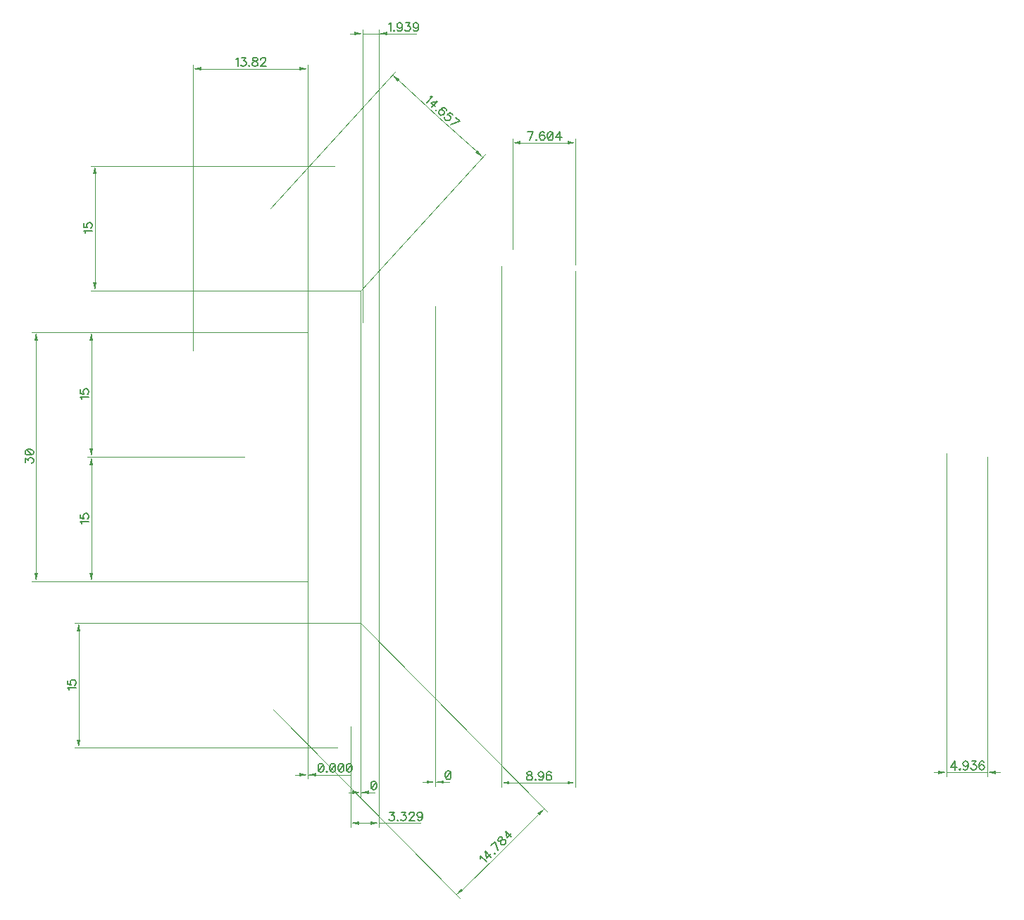
<source format=gbr>
G04 DipTrace 5.1.0.3*
G04 Âåõíèéðàçìåð.gbr*
%MOMM*%
G04 #@! TF.FileFunction,Drawing,Top*
G04 #@! TF.Part,Single*
%ADD13C,0.03*%
%ADD108C,0.15686*%
%FSLAX35Y35*%
G04*
G71*
G90*
G75*
G01*
G04 TopDimension*
%LPD*%
X3017240Y6500567D2*
D13*
Y415783D1*
X3017243Y2500763D2*
Y415783D1*
X3017240Y465783D2*
X3017243D1*
X2867240D2*
X2917240D1*
G36*
X3017240D2*
X2917240Y445783D1*
Y485783D1*
X3017240Y465783D1*
G37*
X3167243D2*
D13*
X3117243D1*
G36*
X3017243D2*
X3117243Y485783D1*
Y445783D1*
X3017243Y465783D1*
G37*
X3185302D2*
D13*
X3017243D1*
X2380963Y3000880D2*
Y628307D1*
X2380997Y6000153D2*
Y628307D1*
X2380963Y678307D2*
X2380997D1*
X2230963D2*
X2280963D1*
G36*
X2380963D2*
X2280963Y658307D1*
Y698307D1*
X2380963Y678307D1*
G37*
X2530997D2*
D13*
X2480997D1*
G36*
X2380997D2*
X2480997Y698307D1*
Y658307D1*
X2380997Y678307D1*
G37*
X2888491D2*
D13*
X2380997D1*
X3910077Y2690733D2*
Y540577D1*
X3910067Y6313757D2*
Y540577D1*
Y590577D2*
X3910077D1*
X3760067D2*
X3810067D1*
G36*
X3910067D2*
X3810067Y570577D1*
Y610577D1*
X3910067Y590577D1*
G37*
X4060077D2*
D13*
X4010077D1*
G36*
X3910077D2*
X4010077Y610577D1*
Y570577D1*
X3910077Y590577D1*
G37*
X4078135D2*
D13*
X3910077D1*
X5601253Y6739683D2*
Y530933D1*
X4705237Y6793663D2*
Y530933D1*
X5153245Y580933D2*
X5501253D1*
G36*
X5601253D2*
X5501253Y560933D1*
Y600933D1*
X5601253Y580933D1*
G37*
X5153245D2*
D13*
X4805237D1*
G36*
X4705237D2*
X4805237Y600933D1*
Y560933D1*
X4705237Y580933D1*
G37*
X10551323Y4501117D2*
D13*
Y656443D1*
X10057703Y4545993D2*
Y656443D1*
Y706443D2*
X10551323D1*
X9907703D2*
X9957703D1*
G36*
X10057703D2*
X9957703Y686443D1*
Y726443D1*
X10057703Y706443D1*
G37*
X10701323D2*
D13*
X10651323D1*
G36*
X10551323D2*
X10651323Y726443D1*
Y686443D1*
X10551323Y706443D1*
G37*
X3017243Y2500763D2*
D13*
X-425963D1*
X2732637Y1000763D2*
X-425963D1*
X-375963Y1750763D2*
Y2400763D1*
G36*
Y2500763D2*
X-355963Y2400763D1*
X-395963D1*
X-375963Y2500763D1*
G37*
Y1750763D2*
D13*
Y1100763D1*
G36*
Y1000763D2*
X-395963Y1100763D1*
X-355963D1*
X-375963Y1000763D1*
G37*
X3017240Y6500567D2*
D13*
X-230163D1*
X2703237Y8000563D2*
X-230163D1*
X-180163Y7250565D2*
Y6600567D1*
G36*
Y6500567D2*
X-200163Y6600567D1*
X-160163D1*
X-180163Y6500567D1*
G37*
Y7250565D2*
D13*
Y7900563D1*
G36*
Y8000563D2*
X-160163Y7900563D1*
X-200163D1*
X-180163Y8000563D1*
G37*
X5601337Y6811863D2*
D13*
Y8329063D1*
X4840937Y6998163D2*
Y8329063D1*
X5221137Y8279063D2*
X5501337D1*
G36*
X5601337D2*
X5501337Y8259063D1*
Y8299063D1*
X5601337Y8279063D1*
G37*
X5221137D2*
D13*
X4940937D1*
G36*
X4840937D2*
X4940937Y8299063D1*
Y8259063D1*
X4840937Y8279063D1*
G37*
X2380997Y6000153D2*
D13*
X-935863D1*
X2383540Y3000163D2*
X-935863D1*
X-885863Y4500158D2*
Y5900153D1*
G36*
Y6000153D2*
X-865863Y5900153D1*
X-905863D1*
X-885863Y6000153D1*
G37*
Y4500158D2*
D13*
Y3100163D1*
G36*
Y3000163D2*
X-905863Y3100163D1*
X-865863D1*
X-885863Y3000163D1*
G37*
X3232540Y2714660D2*
D13*
Y44463D1*
X2899637Y1255963D2*
Y44463D1*
X3066088Y94463D2*
X3132540D1*
G36*
X3232540D2*
X3132540Y74463D1*
Y114463D1*
X3232540Y94463D1*
G37*
X3066088D2*
D13*
X2999637D1*
G36*
X2899637D2*
X2999637Y114463D1*
Y74463D1*
X2899637Y94463D1*
G37*
X3735206D2*
D13*
X3232540D1*
X2383540Y3000163D2*
X-271863D1*
X1616637Y4500163D2*
X-271863D1*
X-221863Y3750163D2*
Y3100163D1*
G36*
Y3000163D2*
X-241863Y3100163D1*
X-201863D1*
X-221863Y3000163D1*
G37*
Y3750163D2*
D13*
Y4400163D1*
G36*
Y4500163D2*
X-201863Y4400163D1*
X-241863D1*
X-221863Y4500163D1*
G37*
X2380997Y6000153D2*
D13*
X-272063D1*
X1617837Y4500163D2*
X-272063D1*
X-222063Y5250158D2*
Y5900153D1*
G36*
Y6000153D2*
X-202063Y5900153D1*
X-242063D1*
X-222063Y6000153D1*
G37*
Y5250158D2*
D13*
Y4600163D1*
G36*
Y4500163D2*
X-242063Y4600163D1*
X-202063D1*
X-222063Y4500163D1*
G37*
X3017240Y6500567D2*
D13*
X4515363Y8145491D1*
X1933637Y7487463D2*
X3431759Y9132388D1*
X3939894Y8601973D2*
X4407763Y8175860D1*
G36*
X4481695Y8108525D2*
X4394296Y8161073D1*
X4421229Y8190646D1*
X4481695Y8108525D1*
G37*
X3939894Y8601973D2*
D13*
X3472025Y9028087D1*
G36*
X3398092Y9095422D2*
X3485492Y9042874D1*
X3458558Y9013300D1*
X3398092Y9095422D1*
G37*
X2380997Y6000153D2*
D13*
Y9219463D1*
X999037Y5783663D2*
Y9219463D1*
X1690017Y9169463D2*
X2280997D1*
G36*
X2380997D2*
X2280997Y9149463D1*
Y9189463D1*
X2380997Y9169463D1*
G37*
X1690017D2*
D13*
X1099037D1*
G36*
X999037D2*
X1099037Y9189463D1*
Y9149463D1*
X999037Y9169463D1*
G37*
X3017243Y2500763D2*
D13*
X5256583Y234037D1*
X1965537Y1461763D2*
X4204876Y-804963D1*
X4695590Y-249893D2*
X5150304Y199327D1*
G36*
X5221443Y269607D2*
X5164360Y185099D1*
X5136248Y213555D1*
X5221443Y269607D1*
G37*
X4695590Y-249893D2*
D13*
X4240876Y-699114D1*
G36*
X4169737Y-769393D2*
X4226820Y-684886D1*
X4254932Y-713342D1*
X4169737Y-769393D1*
G37*
X3038633Y6115860D2*
D13*
Y9641563D1*
X3232540Y2714660D2*
Y9641563D1*
X3038633Y9591563D2*
X3232540D1*
X2888633D2*
X2938633D1*
G36*
X3038633D2*
X2938633Y9571563D1*
Y9611563D1*
X3038633Y9591563D1*
G37*
X3382540D2*
D13*
X3332540D1*
G36*
X3232540D2*
X3332540Y9611563D1*
Y9571563D1*
X3232540Y9591563D1*
G37*
X3686689D2*
D13*
X3232540D1*
X3169973Y598774D2*
D108*
X3155373Y593945D1*
X3145602Y579345D1*
X3140773Y555086D1*
Y540486D1*
X3145602Y516228D1*
X3155373Y501628D1*
X3169973Y496799D1*
X3179631D1*
X3194231Y501628D1*
X3203890Y516228D1*
X3208831Y540486D1*
Y555086D1*
X3203890Y579345D1*
X3194231Y593945D1*
X3179631Y598774D1*
X3169973D1*
X3203890Y579345D2*
X3145602Y516228D1*
X2533726Y811297D2*
X2519126Y806468D1*
X2509355Y791868D1*
X2504526Y767610D1*
Y753010D1*
X2509355Y728751D1*
X2519126Y714151D1*
X2533726Y709322D1*
X2543385D1*
X2557985Y714151D1*
X2567643Y728751D1*
X2572585Y753010D1*
Y767610D1*
X2567643Y791868D1*
X2557985Y806468D1*
X2543385Y811297D1*
X2533726D1*
X2567643Y791868D2*
X2509355Y728751D1*
X2608786Y719093D2*
X2603957Y714151D1*
X2608786Y709322D1*
X2613728Y714151D1*
X2608786Y719093D1*
X2674300Y811297D2*
X2659700Y806468D1*
X2649930Y791868D1*
X2645100Y767610D1*
Y753010D1*
X2649930Y728751D1*
X2659700Y714151D1*
X2674300Y709322D1*
X2683959D1*
X2698559Y714151D1*
X2708217Y728751D1*
X2713159Y753010D1*
Y767610D1*
X2708217Y791868D1*
X2698559Y806468D1*
X2683959Y811297D1*
X2674300D1*
X2708217Y791868D2*
X2649930Y728751D1*
X2773731Y811297D2*
X2759131Y806468D1*
X2749361Y791868D1*
X2744531Y767610D1*
Y753010D1*
X2749361Y728751D1*
X2759131Y714151D1*
X2773731Y709322D1*
X2783390D1*
X2797990Y714151D1*
X2807648Y728751D1*
X2812590Y753010D1*
Y767610D1*
X2807648Y791868D1*
X2797990Y806468D1*
X2783390Y811297D1*
X2773731D1*
X2807648Y791868D2*
X2749361Y728751D1*
X2873162Y811297D2*
X2858562Y806468D1*
X2848792Y791868D1*
X2843962Y767610D1*
Y753010D1*
X2848792Y728751D1*
X2858562Y714151D1*
X2873162Y709322D1*
X2882821D1*
X2897421Y714151D1*
X2907079Y728751D1*
X2912021Y753010D1*
Y767610D1*
X2907079Y791868D1*
X2897421Y806468D1*
X2882821Y811297D1*
X2873162D1*
X2907079Y791868D2*
X2848792Y728751D1*
X4062806Y723567D2*
X4048206Y718738D1*
X4038435Y704138D1*
X4033606Y679880D1*
Y665280D1*
X4038435Y641021D1*
X4048206Y626421D1*
X4062806Y621592D1*
X4072465D1*
X4087065Y626421D1*
X4096723Y641021D1*
X4101665Y665280D1*
Y679880D1*
X4096723Y704138D1*
X4087065Y718738D1*
X4072465Y723567D1*
X4062806D1*
X4096723Y704138D2*
X4038435Y641021D1*
X5036256Y713924D2*
X5021769Y709095D1*
X5016827Y699436D1*
Y689666D1*
X5021769Y680007D1*
X5031427Y675066D1*
X5050856Y670236D1*
X5065456Y665407D1*
X5075115Y655636D1*
X5079944Y645978D1*
Y631378D1*
X5075115Y621719D1*
X5070285Y616778D1*
X5055685Y611949D1*
X5036256D1*
X5021769Y616778D1*
X5016827Y621719D1*
X5011998Y631378D1*
Y645978D1*
X5016827Y655636D1*
X5026598Y665407D1*
X5041085Y670236D1*
X5060515Y675066D1*
X5070285Y680007D1*
X5075115Y689666D1*
Y699436D1*
X5070285Y709095D1*
X5055685Y713924D1*
X5036256D1*
X5116146Y621719D2*
X5111316Y616778D1*
X5116146Y611949D1*
X5121087Y616778D1*
X5116146Y621719D1*
X5215689Y680007D2*
X5210748Y665407D1*
X5201089Y655636D1*
X5186489Y650807D1*
X5181660D1*
X5167060Y655636D1*
X5157401Y665407D1*
X5152460Y680007D1*
Y684836D1*
X5157401Y699436D1*
X5167060Y709095D1*
X5181660Y713924D1*
X5186489D1*
X5201089Y709095D1*
X5210748Y699436D1*
X5215689Y680007D1*
Y655636D1*
X5210748Y631378D1*
X5201089Y616778D1*
X5186489Y611949D1*
X5176831D1*
X5162231Y616778D1*
X5157401Y626549D1*
X5305349Y699436D2*
X5300520Y709095D1*
X5285920Y713924D1*
X5276262D1*
X5261662Y709095D1*
X5251891Y694495D1*
X5247062Y670236D1*
Y645978D1*
X5251891Y626549D1*
X5261662Y616778D1*
X5276262Y611949D1*
X5281091D1*
X5295579Y616778D1*
X5305349Y626549D1*
X5310179Y641149D1*
Y645978D1*
X5305349Y660578D1*
X5295579Y670236D1*
X5281091Y675066D1*
X5276262D1*
X5261662Y670236D1*
X5251891Y660578D1*
X5247062Y645978D1*
X10159709Y737459D2*
Y839434D1*
X10111080Y771488D1*
X10183968D1*
X10220169Y747229D2*
X10215340Y742288D1*
X10220169Y737459D1*
X10225111Y742288D1*
X10220169Y747229D1*
X10319713Y805517D2*
X10314771Y790917D1*
X10305113Y781146D1*
X10290513Y776317D1*
X10285683D1*
X10271083Y781146D1*
X10261425Y790917D1*
X10256483Y805517D1*
Y810346D1*
X10261425Y824946D1*
X10271083Y834605D1*
X10285683Y839434D1*
X10290513D1*
X10305113Y834605D1*
X10314771Y824946D1*
X10319713Y805517D1*
Y781146D1*
X10314771Y756888D1*
X10305113Y742288D1*
X10290513Y737459D1*
X10280854D1*
X10266254Y742288D1*
X10261425Y752059D1*
X10360856Y839434D2*
X10414202D1*
X10385114Y800576D1*
X10399714D1*
X10409373Y795746D1*
X10414202Y790917D1*
X10419144Y776317D1*
Y766659D1*
X10414202Y752059D1*
X10404544Y742288D1*
X10389944Y737459D1*
X10375344D1*
X10360856Y742288D1*
X10356027Y747229D1*
X10351085Y756888D1*
X10508804Y824946D2*
X10503975Y834605D1*
X10489375Y839434D1*
X10479716D1*
X10465116Y834605D1*
X10455345Y820005D1*
X10450516Y795746D1*
Y771488D1*
X10455345Y752059D1*
X10465116Y742288D1*
X10479716Y737459D1*
X10484545D1*
X10499033Y742288D1*
X10508804Y752059D1*
X10513633Y766659D1*
Y771488D1*
X10508804Y786088D1*
X10499033Y795746D1*
X10484545Y800576D1*
X10479716D1*
X10465116Y795746D1*
X10455345Y786088D1*
X10450516Y771488D1*
X-489525Y1696706D2*
X-494466Y1706476D1*
X-508954Y1721076D1*
X-406979D1*
X-508954Y1810737D2*
Y1762220D1*
X-465266Y1757390D1*
X-470096Y1762220D1*
X-475037Y1776820D1*
Y1791307D1*
X-470096Y1805907D1*
X-460437Y1815678D1*
X-445837Y1820507D1*
X-436179D1*
X-421579Y1815678D1*
X-411808Y1805907D1*
X-406979Y1791307D1*
Y1776820D1*
X-411808Y1762220D1*
X-416749Y1757390D1*
X-426408Y1752449D1*
X-293725Y7196507D2*
X-298666Y7206278D1*
X-313154Y7220878D1*
X-211179D1*
X-313154Y7310538D2*
Y7262021D1*
X-269466Y7257192D1*
X-274296Y7262021D1*
X-279237Y7276621D1*
Y7291109D1*
X-274296Y7305709D1*
X-264637Y7315480D1*
X-250037Y7320309D1*
X-240379D1*
X-225779Y7315480D1*
X-216008Y7305709D1*
X-211179Y7291109D1*
Y7276621D1*
X-216008Y7262021D1*
X-220949Y7257192D1*
X-230608Y7252251D1*
X5044718Y8310079D2*
X5093347Y8412054D1*
X5025289D1*
X5129549Y8319849D2*
X5124720Y8314908D1*
X5129549Y8310079D1*
X5134490Y8314908D1*
X5129549Y8319849D1*
X5224151Y8397566D2*
X5219321Y8407225D1*
X5204721Y8412054D1*
X5195063D1*
X5180463Y8407225D1*
X5170692Y8392625D1*
X5165863Y8368366D1*
Y8344108D1*
X5170692Y8324679D1*
X5180463Y8314908D1*
X5195063Y8310079D1*
X5199892D1*
X5214380Y8314908D1*
X5224151Y8324679D1*
X5228980Y8339279D1*
Y8344108D1*
X5224151Y8358708D1*
X5214380Y8368366D1*
X5199892Y8373196D1*
X5195063D1*
X5180463Y8368366D1*
X5170692Y8358708D1*
X5165863Y8344108D1*
X5289552Y8412054D2*
X5274952Y8407225D1*
X5265182Y8392625D1*
X5260352Y8368366D1*
Y8353766D1*
X5265182Y8329508D1*
X5274952Y8314908D1*
X5289552Y8310079D1*
X5299211D1*
X5313811Y8314908D1*
X5323469Y8329508D1*
X5328411Y8353766D1*
Y8368366D1*
X5323469Y8392625D1*
X5313811Y8407225D1*
X5299211Y8412054D1*
X5289552D1*
X5323469Y8392625D2*
X5265182Y8329508D1*
X5408413Y8310079D2*
Y8412054D1*
X5359783Y8344108D1*
X5432671D1*
X-1018854Y4434028D2*
Y4487374D1*
X-979996Y4458286D1*
Y4472886D1*
X-975166Y4482544D1*
X-970337Y4487374D1*
X-955737Y4492315D1*
X-946079D1*
X-931479Y4487374D1*
X-921708Y4477715D1*
X-916879Y4463115D1*
Y4448515D1*
X-921708Y4434028D1*
X-926649Y4429198D1*
X-936308Y4424257D1*
X-1018854Y4552888D2*
X-1014025Y4538288D1*
X-999425Y4528517D1*
X-975166Y4523688D1*
X-960566D1*
X-936308Y4528517D1*
X-921708Y4538288D1*
X-916879Y4552888D1*
Y4562546D1*
X-921708Y4577146D1*
X-936308Y4586805D1*
X-960566Y4591746D1*
X-975166D1*
X-999425Y4586805D1*
X-1014025Y4577146D1*
X-1018854Y4562546D1*
Y4552888D1*
X-999425Y4586805D2*
X-936308Y4528517D1*
X3365840Y227454D2*
X3419186D1*
X3390099Y188596D1*
X3404699D1*
X3414357Y183766D1*
X3419186Y178937D1*
X3424128Y164337D1*
Y154679D1*
X3419186Y140079D1*
X3409528Y130308D1*
X3394928Y125479D1*
X3380328D1*
X3365840Y130308D1*
X3361011Y135249D1*
X3356069Y144908D1*
X3460330Y135249D2*
X3455500Y130308D1*
X3460330Y125479D1*
X3465271Y130308D1*
X3460330Y135249D1*
X3506415Y227454D2*
X3559761D1*
X3530673Y188596D1*
X3545273D1*
X3554931Y183766D1*
X3559761Y178937D1*
X3564702Y164337D1*
Y154679D1*
X3559761Y140079D1*
X3550102Y130308D1*
X3535502Y125479D1*
X3520902D1*
X3506415Y130308D1*
X3501585Y135249D1*
X3496644Y144908D1*
X3601016Y203196D2*
Y208025D1*
X3605846Y217796D1*
X3610675Y222625D1*
X3620446Y227454D1*
X3639875D1*
X3649533Y222625D1*
X3654362Y217796D1*
X3659304Y208025D1*
Y198366D1*
X3654362Y188596D1*
X3644704Y174108D1*
X3596075Y125479D1*
X3664133D1*
X3758735Y193537D2*
X3753793Y178937D1*
X3744135Y169166D1*
X3729535Y164337D1*
X3724706D1*
X3710106Y169166D1*
X3700447Y178937D1*
X3695506Y193537D1*
Y198366D1*
X3700447Y212966D1*
X3710106Y222625D1*
X3724706Y227454D1*
X3729535D1*
X3744135Y222625D1*
X3753793Y212966D1*
X3758735Y193537D1*
Y169166D1*
X3753793Y144908D1*
X3744135Y130308D1*
X3729535Y125479D1*
X3719877D1*
X3705277Y130308D1*
X3700447Y140079D1*
X-335425Y3696106D2*
X-340366Y3705876D1*
X-354854Y3720476D1*
X-252879D1*
X-354854Y3810137D2*
Y3761620D1*
X-311166Y3756790D1*
X-315996Y3761620D1*
X-320937Y3776220D1*
Y3790707D1*
X-315996Y3805307D1*
X-306337Y3815078D1*
X-291737Y3819907D1*
X-282079D1*
X-267479Y3815078D1*
X-257708Y3805307D1*
X-252879Y3790707D1*
Y3776220D1*
X-257708Y3761620D1*
X-262649Y3756790D1*
X-272308Y3751849D1*
X-335625Y5196101D2*
X-340566Y5205871D1*
X-355054Y5220471D1*
X-253079D1*
X-355054Y5310132D2*
Y5261615D1*
X-311366Y5256785D1*
X-316196Y5261615D1*
X-321137Y5276215D1*
Y5290702D1*
X-316196Y5305302D1*
X-306537Y5315073D1*
X-291937Y5319902D1*
X-282279D1*
X-267679Y5315073D1*
X-257908Y5305302D1*
X-253079Y5290702D1*
Y5276215D1*
X-257908Y5261615D1*
X-262849Y5256785D1*
X-272508Y5251844D1*
X3850958Y8836573D2*
X3861509Y8833648D1*
X3882058Y8834528D1*
X3813393Y8759135D1*
X3872541Y8705266D2*
X3941206Y8780659D1*
X3859501Y8763169D1*
X3913389Y8714090D1*
X3923820Y8671779D2*
X3916922Y8671377D1*
X3917241Y8664555D1*
X3924146Y8664798D1*
X3923820Y8671779D1*
X4046092Y8665537D2*
X4049025Y8675930D1*
X4041483Y8689331D1*
X4034342Y8695835D1*
X4020296Y8702095D1*
X4003241Y8697880D1*
X3983337Y8683197D1*
X3967002Y8665262D1*
X3957490Y8647646D1*
X3958135Y8633843D1*
X3965677Y8620441D1*
X3969248Y8617190D1*
X3983211Y8611005D1*
X3997013Y8611650D1*
X4010415Y8619192D1*
X4013666Y8622762D1*
X4019927Y8636808D1*
X4019207Y8650528D1*
X4011747Y8663854D1*
X4008177Y8667106D1*
X3994131Y8673366D1*
X3980404Y8672804D1*
X3967002Y8665262D1*
X4125706Y8612624D2*
X4089836Y8645293D1*
X4056849Y8616245D1*
X4063671Y8616564D1*
X4077792Y8610387D1*
X4088504Y8600631D1*
X4095970Y8587147D1*
X4096691Y8573427D1*
X4090430Y8559381D1*
X4083927Y8552240D1*
X4070526Y8544698D1*
X4056723Y8544053D1*
X4042677Y8550314D1*
X4031966Y8560069D1*
X4024423Y8573470D1*
X4024180Y8580375D1*
X4027030Y8590844D1*
X4101824Y8496445D2*
X4206442Y8539094D1*
X4156124Y8584921D1*
X1516012Y9283025D2*
X1525783Y9287966D1*
X1540383Y9302454D1*
Y9200479D1*
X1581527Y9302454D2*
X1634873D1*
X1605785Y9263596D1*
X1620385D1*
X1630043Y9258766D1*
X1634873Y9253937D1*
X1639814Y9239337D1*
Y9229679D1*
X1634873Y9215079D1*
X1625214Y9205308D1*
X1610614Y9200479D1*
X1596014D1*
X1581527Y9205308D1*
X1576697Y9210249D1*
X1571756Y9219908D1*
X1676016Y9210249D2*
X1671187Y9205308D1*
X1676016Y9200479D1*
X1680958Y9205308D1*
X1676016Y9210249D1*
X1736589Y9302454D2*
X1722101Y9297625D1*
X1717159Y9287966D1*
Y9278196D1*
X1722101Y9268537D1*
X1731759Y9263596D1*
X1751189Y9258766D1*
X1765789Y9253937D1*
X1775447Y9244166D1*
X1780276Y9234508D1*
Y9219908D1*
X1775447Y9210249D1*
X1770618Y9205308D1*
X1756018Y9200479D1*
X1736589D1*
X1722101Y9205308D1*
X1717159Y9210249D1*
X1712330Y9219908D1*
Y9234508D1*
X1717159Y9244166D1*
X1726930Y9253937D1*
X1741418Y9258766D1*
X1760847Y9263596D1*
X1770618Y9268537D1*
X1775447Y9278196D1*
Y9287966D1*
X1770618Y9297625D1*
X1756018Y9302454D1*
X1736589D1*
X1816590Y9278196D2*
Y9283025D1*
X1821420Y9292796D1*
X1826249Y9297625D1*
X1836020Y9302454D1*
X1855449D1*
X1865107Y9297625D1*
X1869936Y9292796D1*
X1874878Y9283025D1*
Y9273366D1*
X1869936Y9263596D1*
X1860278Y9249108D1*
X1811649Y9200479D1*
X1879707D1*
X4453192Y-329730D2*
X4456670Y-319348D1*
X4456874Y-298781D1*
X4528542Y-371325D1*
X4585455Y-315100D2*
X4513787Y-242556D1*
X4526944Y-325068D1*
X4578796Y-273843D1*
X4621599Y-265658D2*
X4621636Y-272567D1*
X4628465Y-272609D1*
X4628587Y-265700D1*
X4621599Y-265658D1*
X4668121Y-233433D2*
X4631047Y-126712D1*
X4582631Y-174543D1*
X4670623Y-87615D2*
X4663710Y-101232D1*
X4666983Y-111576D1*
X4673850Y-118527D1*
X4684153Y-121925D1*
X4694497Y-118652D1*
X4711712Y-108433D1*
X4725493Y-101607D1*
X4739231Y-101770D1*
X4749454Y-105247D1*
X4759715Y-115634D1*
X4763067Y-125899D1*
X4763105Y-132808D1*
X4756112Y-146504D1*
X4742291Y-160159D1*
X4728590Y-166905D1*
X4721602Y-166863D1*
X4711378Y-163386D1*
X4701118Y-153000D1*
X4697765Y-142735D1*
X4697849Y-128917D1*
X4704762Y-115300D1*
X4715189Y-98209D1*
X4718667Y-87827D1*
X4715315Y-77562D1*
X4708448Y-70611D1*
X4698225Y-67134D1*
X4684444Y-73960D1*
X4670623Y-87615D1*
X4830282Y-73230D2*
X4758614Y-686D1*
X4771772Y-83199D1*
X4823624Y-31974D1*
X3356069Y9705125D2*
X3365840Y9710066D1*
X3380440Y9724554D1*
Y9622579D1*
X3416642Y9632349D2*
X3411813Y9627408D1*
X3416642Y9622579D1*
X3421584Y9627408D1*
X3416642Y9632349D1*
X3516185Y9690637D2*
X3511244Y9676037D1*
X3501585Y9666266D1*
X3486985Y9661437D1*
X3482156D1*
X3467556Y9666266D1*
X3457898Y9676037D1*
X3452956Y9690637D1*
Y9695466D1*
X3457898Y9710066D1*
X3467556Y9719725D1*
X3482156Y9724554D1*
X3486985D1*
X3501585Y9719725D1*
X3511244Y9710066D1*
X3516185Y9690637D1*
Y9666266D1*
X3511244Y9642008D1*
X3501585Y9627408D1*
X3486985Y9622579D1*
X3477327D1*
X3462727Y9627408D1*
X3457898Y9637179D1*
X3557329Y9724554D2*
X3610675D1*
X3581587Y9685696D1*
X3596187D1*
X3605846Y9680866D1*
X3610675Y9676037D1*
X3615616Y9661437D1*
Y9651779D1*
X3610675Y9637179D1*
X3601016Y9627408D1*
X3586416Y9622579D1*
X3571816D1*
X3557329Y9627408D1*
X3552499Y9632349D1*
X3547558Y9642008D1*
X3710218Y9690637D2*
X3705277Y9676037D1*
X3695618Y9666266D1*
X3681018Y9661437D1*
X3676189D1*
X3661589Y9666266D1*
X3651930Y9676037D1*
X3646989Y9690637D1*
Y9695466D1*
X3651930Y9710066D1*
X3661589Y9719725D1*
X3676189Y9724554D1*
X3681018D1*
X3695618Y9719725D1*
X3705277Y9710066D1*
X3710218Y9690637D1*
Y9666266D1*
X3705277Y9642008D1*
X3695618Y9627408D1*
X3681018Y9622579D1*
X3671360D1*
X3656760Y9627408D1*
X3651930Y9637179D1*
M02*

</source>
